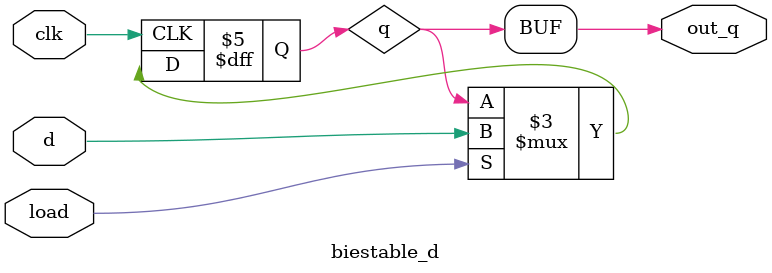
<source format=v>
/*

Biestable D  Module

Originally created by Juan Gonzalez Gomez et Al for Icestudio.

CC-BY-SA

https://github.com/FPGAwars

Additionals modifications made by Julian Caro Linares

jcarolinares@gmail.com

*/

module biestable_d #(
  parameter INI=0
) (
  input wire clk,
  input wire d,
  input wire load,

  output wire out_q
);

reg q = INI;
always @(posedge clk)

  if (load)
    q <= d;

assign out_q=q;

endmodule

</source>
